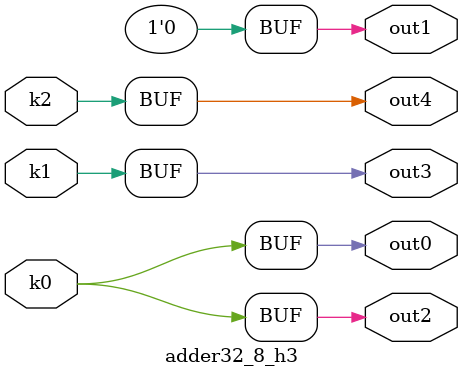
<source format=v>
module adder32_8(pi00, pi01, pi02, pi03, pi04, pi05, pi06, pi07, pi08, pi09, po0, po1, po2, po3, po4);
input pi00, pi01, pi02, pi03, pi04, pi05, pi06, pi07, pi08, pi09;
output po0, po1, po2, po3, po4;
wire k0, k1, k2;
adder32_8_w3 DUT1 (pi00, pi01, pi02, pi03, pi04, pi05, pi06, pi07, pi08, pi09, k0, k1, k2);
adder32_8_h3 DUT2 (k0, k1, k2, po0, po1, po2, po3, po4);
endmodule

module adder32_8_w3(in9, in8, in7, in6, in5, in4, in3, in2, in1, in0, k2, k1, k0);
input in9, in8, in7, in6, in5, in4, in3, in2, in1, in0;
output k2, k1, k0;
assign k0 =   ((~in7 ^ in3) & (((in8 | in4) & (((in9 | in5) & (in0 | ~in1)) | (in9 & in5))) | (in8 & in4))) | ((~in8 | ~in4) & ((~in9 & ~in5) | (~in0 & in1 & (~in9 | ~in5))) & (in7 ^ in3)) | (~in8 & ~in4 & (in7 ^ in3));
assign k1 =   ((in8 ^ in4) & (((in9 | in5) & (in0 | ~in1)) | (in9 & in5))) | (((~in9 & ~in5) | (~in0 & in1 & (~in9 | ~in5))) & (~in8 ^ in4));
assign k2 =   ((~in9 ^ in5) & (in0 | ~in1)) | (~in0 & in1 & (in9 ^ in5));
endmodule

module adder32_8_h3(k2, k1, k0, out4, out3, out2, out1, out0);
input k2, k1, k0;
output out4, out3, out2, out1, out0;
assign out0 = k0;
assign out1 = 0;
assign out2 = k0;
assign out3 = k1;
assign out4 = k2;
endmodule

</source>
